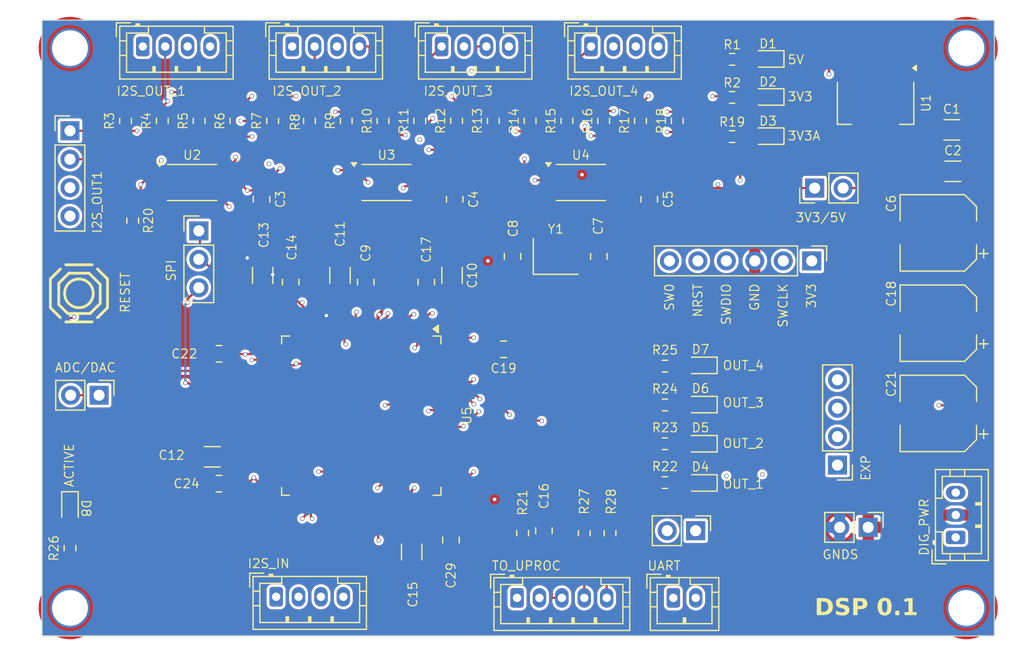
<source format=kicad_pcb>
(kicad_pcb (version 20240108) (generator "pcbnew") (generator_version "8.0")
  (layers (0 "F.Cu" signal) (1 "In1.Cu" signal) (2 "In2.Cu" signal) (31 "B.Cu" signal) (34 "B.Paste" user) (35 "F.Paste" user) (36 "B.SilkS" user "B.Silkscreen") (37 "F.SilkS" user "F.Silkscreen") (38 "B.Mask" user) (39 "F.Mask" user) (44 "Edge.Cuts" user))
  (net 0 "")
  (net 1 "GND")
  (net 2 "3V3")
  (net 3 "5V")
  (net 4 "Net-(D1-A)")
  (net 5 "Net-(D2-A)")
  (net 6 "SDA")
  (net 7 "SCL")
  (net 8 "I2S_IN_LRCLK")
  (net 9 "I2S_IN_DATA")
  (net 10 "I2S_IN_BCLK")
  (net 11 "I2S_OUT_1_DATA")
  (net 12 "I2S_OUT_4_DATA")
  (net 13 "I2S_OUT_2_DATA")
  (net 14 "I2S_OUT_3_DATA")
  (net 15 "SWDIO")
  (net 16 "SWCLK")
  (net 17 "OSC_IN")
  (net 18 "UART1_TX")
  (net 19 "OSC_OUT")
  (net 20 "SWO")
  (net 21 "UART1_RX")
  (net 22 "I2S_IN_MCLK")
  (net 23 "I2S_OUT_MCLK")
  (net 24 "3V3A")
  (net 25 "AGND")
  (net 26 "PROCESS_RIGHT")
  (net 27 "PROCESS_LEFT")
  (net 28 "PROCESS_SW")
  (net 29 "Net-(D3-A)")
  (net 30 "Net-(D4-A)")
  (net 31 "Net-(D5-A)")
  (net 32 "Net-(D6-A)")
  (net 33 "PROCESS_FOUR")
  (net 34 "Net-(U1-GND)")
  (net 35 "I2S_OUT_LRCLK1")
  (net 36 "I2S_OUT_BCLK1")
  (net 37 "I2S_OUT_MCLK1")
  (net 38 "CLOCKS_EN")
  (net 39 "Net-(D7-A)")
  (net 40 "Net-(D8-A)")
  (net 41 "DSP_ACTIVE")
  (net 42 "I2S_OUT_BCLK2")
  (net 43 "I2S_OUT_MCLK2")
  (net 44 "I2S_OUT_LRCLK2")
  (net 45 "I2S_OUT_MCLK3")
  (net 46 "I2S_OUT_LRCLK3")
  (net 47 "I2S_OUT_BCLK3")
  (net 48 "I2S_OUT_BCLK4")
  (net 49 "I2S_OUT_MCLK4")
  (net 50 "I2S_OUT_LRCLK4")
  (net 51 "Net-(U2-OUT1)")
  (net 52 "Net-(U4-OUT1)")
  (net 53 "Net-(U2-OUT2)")
  (net 54 "Net-(U4-OUT2)")
  (net 55 "Net-(U4-OUT3)")
  (net 56 "Net-(U2-OUT4)")
  (net 57 "Net-(U4-OUT4)")
  (net 58 "Net-(U2-OUT3)")
  (net 59 "BOOT0")
  (net 60 "DSP_NRST")
  (net 61 "DSP_INT")
  (net 62 "Net-(U5-VREF+)")
  (net 63 "Net-(U3-OUT1)")
  (net 64 "Net-(U3-OUT2)")
  (net 65 "Net-(U3-OUT3)")
  (net 66 "Net-(U3-OUT4)")
  (net 67 "Net-(U5-PC1)")
  (net 111 "SPI_MOSI")
  (net 112 "Net-(U5-PE3)")
  (net 113 "Net-(U5-PE6)")
  (net 114 "Net-(U5-PA7)")
  (net 115 "ADC")
  (net 116 "DAC")
  (net 117 "SPI_MISO")
  (net 119 "SPI_CLK")
  (net 121 "Net-(C12-Pad1)")
  (net 122 "Net-(C15-Pad1)")
  (net 124 "EXT1")
  (net 125 "EXT3")
  (net 126 "EXT4")
  (net 127 "EXT2")
  (footprint "Resistor_SMD:R_0603_1608Metric" (layer "F.Cu") (at 121.0364 73.565)
    (property "Reference" "R19")
    (property "Value" "150R")
  )
  (footprint "Capacitor_SMD:C_1206_3216Metric" (layer "F.Cu") (at 140.7364 76.665)
    (property "Reference" "C2")
    (property "Value" "10u")
  )
  (footprint "Resistor_SMD:R_0603_1608Metric" (layer "F.Cu") (at 116.1364 72.165 90)
    (property "Reference" "R18")
    (property "Value" "22R")
  )
  (footprint "Resistor_SMD:R_0603_1608Metric" (layer "F.Cu") (at 112.8537 72.165 90)
    (property "Reference" "R17")
    (property "Value" "22R")
  )
  (footprint "Resistor_SMD:R_0603_1608Metric" (layer "F.Cu") (at 70.1791 72.165 90)
    (property "Reference" "R4")
    (property "Value" "22R")
  )
  (footprint "MountingHole:MountingHole_3.2mm_M3_DIN965_Pad_TopOnly" (layer "F.Cu") (at 61.9364 65.665)
    (property "Reference" "H1" (hide yes))
    (property "Value" "MountingHole")
  )
  (footprint "Resistor_SMD:R_0603_1608Metric" (layer "F.Cu") (at 103.0057 72.165 90)
    (property "Reference" "R14")
    (property "Value" "22R")
  )
  (footprint "Resistor_SMD:R_0603_1608Metric" (layer "F.Cu") (at 96.4404 72.165 90)
    (property "Reference" "R12")
    (property "Value" "22R")
  )
  (footprint "MountingHole:MountingHole_3.2mm_M3_DIN965_Pad_TopOnly" (layer "F.Cu") (at 141.9364 65.665)
    (property "Reference" "H2" (hide yes))
    (property "Value" "MountingHole")
  )
  (footprint "Resistor_SMD:R_0603_1608Metric" (layer "F.Cu") (at 66.8964 72.165 90)
    (property "Reference" "R3")
    (property "Value" "22R")
  )
  (footprint "Package_SO:TSSOP-8_4.4x3mm_P0.65mm" (layer "F.Cu") (at 107.5364 77.665)
    (property "Reference" "U4")
    (property "Value" "PI6CV304")
  )
  (footprint "Connector_JST:JST_PH_B4B-PH-K_1x04_P2.00mm_Vertical" (layer "F.Cu") (at 108.4364 65.515)
    (property "Reference" "J4" (hide yes))
    (property "Value" "Conn_01x04_Pin")
  )
  (footprint "Capacitor_SMD:C_0805_2012Metric" (layer "F.Cu") (at 96.2739 79.165 -90)
    (property "Reference" "C4")
    (property "Value" "0.1u")
  )
  (footprint "Resistor_SMD:R_0603_1608Metric" (layer "F.Cu") (at 115.0364 97.5316)
    (property "Reference" "R24")
    (property "Value" "150R")
  )
  (footprint "Diode_SMD:D_0603_1608Metric" (layer "F.Cu") (at 118.2114 93.9983 180)
    (property "Reference" "D7")
    (property "Value" "BLUE")
  )
  (footprint "Resistor_SMD:R_0603_1608Metric" (layer "F.Cu") (at 106.2884 72.165 90)
    (property "Reference" "R15")
    (property "Value" "22R")
  )
  (footprint "Connector_PinHeader_2.54mm:PinHeader_1x06_P2.54mm_Vertical" (layer "F.Cu") (at 128.1364 84.665 -90)
    (property "Reference" "J5" (hide yes))
    (property "Value" "Conn_01x06_Pin")
  )
  (footprint "Capacitor_SMD:C_0805_2012Metric" (layer "F.Cu") (at 75.2414 92.965 180)
    (property "Reference" "C22")
    (property "Value" "0.1u")
  )
  (footprint "Capacitor_SMD:C_1206_3216Metric" (layer "F.Cu") (at 86.0364 85.965 90)
    (property "Reference" "C11")
    (property "Value" "10u")
  )
  (footprint "Capacitor_SMD:C_0805_2012Metric" (layer "F.Cu") (at 113.6364 79.165 -90)
    (property "Reference" "C5")
    (property "Value" "0.1u")
  )
  (footprint "Resistor_SMD:R_0603_1608Metric" (layer "F.Cu") (at 115.0364 100.9983)
    (property "Reference" "R23")
    (property "Value" "150R")
  )
  (footprint "Resistor_SMD:R_0603_1608Metric" (layer "F.Cu") (at 86.5924 72.165 90)
    (property "Reference" "R9")
    (property "Value" "22R")
  )
  (footprint "Capacitor_SMD:CP_Elec_6.3x7.7" (layer "F.Cu") (at 139.4364 90.2275 180)
    (property "Reference" "C18")
    (property "Value" "220u")
  )
  (footprint "Resistor_SMD:R_0603_1608Metric" (layer "F.Cu") (at 121.0364 70.065)
    (property "Reference" "R2")
    (property "Value" "150R")
  )
  (footprint "Capacitor_SMD:C_1206_3216Metric" (layer "F.Cu") (at 79.1364 85.965 -90)
    (property "Reference" "C13")
    (property "Value" "10u")
  )
  (footprint "MountingHole:MountingHole_3.2mm_M3_DIN965_Pad_TopOnly" (layer "F.Cu") (at 141.9364 115.665)
    (property "Reference" "H4" (hide yes))
    (property "Value" "MountingHole")
  )
  (footprint "Connector_JST:JST_PH_B4B-PH-K_1x04_P2.00mm_Vertical" (layer "F.Cu") (at 95.1031 65.515)
    (property "Reference" "J3" (hide yes))
    (property "Value" "Conn_01x04_Pin")
  )
  (footprint "Connector_PinHeader_2.54mm:PinHeader_1x02_P2.54mm_Vertical" (layer "F.Cu") (at 117.7764 108.765 -90)
    (property "Reference" "J15" (hide yes))
    (property "Value" "Conn_01x02_Pin")
  )
  (footprint "Capacitor_SMD:CP_Elec_6.3x7.7" (layer "F.Cu") (at 139.4364 82.165 180)
    (property "Reference" "C6")
    (property "Value" "220u")
  )
  (footprint "Package_SO:TSSOP-8_4.4x3mm_P0.65mm" (layer "F.Cu") (at 90.1864 77.665)
    (property "Reference" "U3")
    (property "Value" "PI6CV304")
  )
  (footprint "Connector_PinHeader_2.54mm:PinHeader_1x03_P2.54mm_Vertical" (layer "F.Cu") (at 73.4364 81.985)
    (property "Reference" "J8" (hide yes))
    (property "Value" "Conn_01x03_Pin")
  )
  (footprint "Capacitor_SMD:C_0805_2012Metric" (layer "F.Cu") (at 100.6364 92.565)
    (property "Reference" "C19")
    (property "Value" "0.1u")
  )
  (footprint "Resistor_SMD:R_0603_1608Metric" (layer "F.Cu") (at 115.0364 94.065)
    (property "Reference" "R25")
    (property "Value" "150R")
  )
  (footprint "Resistor_SMD:R_0603_1608Metric" (layer "F.Cu") (at 110.1364 108.985 90)
    (property "Reference" "R28")
    (property "Value" "4.7K")
  )
  (footprint "Package_QFP:LQFP-100_14x14mm_P0.5mm" (layer "F.Cu") (at 87.9364 98.49 -90)
    (property "Reference" "U5")
    (property "Value" "STM32H723VGTx")
  )
  (footprint "Resistor_SMD:R_0603_1608Metric" (layer "F.Cu") (at 73.4617 72.165 90)
    (property "Reference" "R5")
    (property "Value" "22R")
  )
  (footprint "Package_TO_SOT_SMD:SOT-223-3_TabPin2" (layer "F.Cu") (at 133.8364 70.565 -90)
    (property "Reference" "U1")
    (property "Value" "AMS1117-3.3")
  )
  (footprint "Capacitor_SMD:C_0805_2012Metric" (layer "F.Cu") (at 101.4364 84.265 90)
    (property "Reference" "C8")
    (property "Value" "20p")
  )
  (footprint "Resistor_SMD:R_0603_1608Metric" (layer "F.Cu") (at 89.8751 72.165 90)
    (property "Reference" "R10")
    (property "Value" "22R")
  )
  (footprint "Resistor_SMD:R_0603_1608Metric" (layer "F.Cu") (at 67.5364 81.065 90)
    (property "Reference" "R20")
    (property "Value" "4.7K")
  )
  (footprint "Resistor_SMD:R_0603_1608Metric" (layer "F.Cu") (at 99.7231 72.165 90)
    (property "Reference" "R13")
    (property "Value" "22R")
  )
  (footprint "Resistor_SMD:R_0603_1608Metric" (layer "F.Cu") (at 61.9364 110.3275 90)
    (property "Reference" "R26")
    (property "Value" "150R")
  )
  (footprint "Capacitor_SMD:C_1206_3216Metric" (layer "F.Cu") (at 92.4364 110.665 -90)
    (property "Reference" "C15")
    (property "Value" "2.2u")
  )
  (footprint "Connector_JST:JST_PH_B4B-PH-K_1x04_P2.00mm_Vertical" (layer "F.Cu") (at 80.3364 114.665)
    (property "Reference" "J7" (hide yes))
    (property "Value" "Conn_01x04_Pin")
  )
  (footprint "Package_SO:TSSOP-8_4.4x3mm_P0.65mm" (layer "F.Cu") (at 72.8364 77.665)
    (property "Reference" "U2")
    (property "Value" "PI6CV304")
  )
  (footprint "Resistor_SMD:R_0603_1608Metric" (layer "F.Cu") (at 102.3364 108.985 -90)
    (property "Reference" "R21")
    (property "Value" "4.7K")
  )
  (footprint "easyeda2kicad:SW-SMD_4P-L5.1-W5.1-P3.70-LS6.5-TL_H1.5" (layer "F.Cu") (at 62.7364 87.565 90)
    (property "Reference" "SW2" (hide yes))
    (property "Value" "TS-1187A-B-A-B")
  )
  (footprint "Resistor_SMD:R_0603_1608Metric" (layer "F.Cu") (at 107.8364 108.985 -90)
    (property "Reference" "R27")
    (property "Value" "4.7K")
  )
  (footprint "MountingHole:MountingHole_3.2mm_M3_DIN965_Pad_TopOnly" (layer "F.Cu") (at 61.9364 115.665)
    (property "Reference" "H3" (hide yes))
    (property "Value" "MountingHole")
  )
  (footprint "Capacitor_SMD:C_1206_3216Metric" (layer "F.Cu") (at 96.0364 85.965 90)
    (property "Reference" "C10")
    (property "Value" "10u")
  )
  (footprint "Connector_JST:JST_PH_B4B-PH-K_1x04_P2.00mm_Vertical" (layer "F.Cu") (at 81.7697 65.515)
    (property "Reference" "J2" (hide yes))
    (property "Value" "Conn_01x04_Pin")
  )
  (footprint "Connector_JST:JST_PH_B5B-PH-K_1x05_P2.00mm_Vertical" (layer "F.Cu") (at 101.8364 114.765)
    (property "Reference" "J19" (hide yes))
    (property "Value" "Conn_01x05_Pin")
  )
  (footprint "Capacitor_SMD:C_0805_2012Metric" (layer "F.Cu") (at 104.2364 108.765 90)
    (property "Reference" "C16")
    (property "Value" "0.1u")
  )
  (footprint "Capacitor_SMD:CP_Elec_6.3x7.7" (layer "F.Cu") (at 139.4364 98.29 180)
    (property "Reference" "C21")
    (property "Value" "220u")
  )
  (footprint "Diode_SMD:D_0603_1608Metric" (layer "F.Cu") (at 124.1739 70.025 180)
    (property "Reference" "D2")
    (property "Value" "BLUE")
  )
  (footprint "Resistor_SMD:R_0603_1608Metric" (layer "F.Cu") (at 76.7444 72.165 90)
    (property "Reference" "R6")
    (property "Value" "22R")
  )
  (footprint "Diode_SMD:D_0603_1608Metric" (layer "F.Cu") (at 118.2114 100.9983 180)
    (property "Reference" "D5")
    (property "Value" "BLUE")
  )
  (footprint "Connector_JST:JST_PH_B2B-PH-K_1x02_P2.00mm_Vertical" (layer "F.Cu") (at 115.7864 114.765)
    (property "Reference" "J9" (hide yes))
    (property "Value" "Conn_01x02_Male")
  )
  (footprint "Diode_SMD:D_0603_1608Metric" (layer "F.Cu") (at 61.9364 106.765 -90)
    (property "Reference" "D8")
    (property "Value" "BLUE")
  )
  (footprint "Connector_JST:JST_PH_B3B-PH-K_1x03_P2.00mm_Vertical" (layer "F.Cu") (at 140.9864 109.365 90)
    (property "Reference" "J6" (hide yes))
    (property "Value" "Conn_01x03_Pin")
  )
  (footprint "Connector_PinHeader_2.54mm:PinHeader_1x04_P2.54mm_Vertical" (layer "F.Cu") (at 61.9364 73.045)
    (property "Reference" "J13" (hide yes))
    (property "Value" "Conn_01x04_Pin")
  )
  (footprint "Diode_SMD:D_0603_1608Metric" (layer "F.Cu") (at 124.1739 66.625 180)
    (property "Reference" "D1")
    (property "Value" "BLUE")
  )
  (footprint "Resistor_SMD:R_0603_1608Metric" (layer "F.Cu") (at 109.5711 72.165 90)
    (property "Reference" "R16")
    (property "Value" "22R")
  )
  (footprint "Crystal:Crystal_SMD_SeikoEpson_FA238-4Pin_3.2x2.5mm" (layer "F.Cu") (at 105.2864 84.265)
    (property "Reference" "Y1")
    (property "Value" "25 MHz")
  )
  (footprint "Resistor_SMD:R_0603_1608Metric" (layer "F.Cu") (at 80.0271 72.165 90)
    (property "Reference" "R7")
    (property "Value" "22R")
  )
  (footprint "Connector_PinHeader_2.54mm:PinHeader_1x02_P2.54mm_Vertical" (layer "F.Cu") (at 64.5364 96.665 -90)
    (property "Reference" "J17" (hide yes))
    (property "Value" "Conn_01x02_Pin")
  )
  (footprint "Connector_PinHeader_2.54mm:PinHeader_1x04_P2.54mm_Vertical" (layer "F.Cu") (at 130.4364 102.905 180)
    (property "Reference" "J18" (hide yes))
    (property "Value" "Conn_01x04_Pin")
  )
  (footprint "Capacitor_SMD:C_0805_2012Metric" (layer "F.Cu") (at 88.3364 86.565 -90)
    (property "Reference" "C9")
    (property "Value" "0.1u")
  )
  (footprint "Diode_SMD:D_0603_1608Metric" (layer "F.Cu") (at 124.1739 73.525 180)
    (property "Reference" "D3")
    (property "Value" "BLUE")
  )
  (footprint "Capacitor_SMD:C_0805_2012Metric" (layer "F.Cu") (at 109.1364 84.265 -90)
    (property "Reference" "C7")
    (property "Value" "20p")
  )
  (footprint "Connector_PinHeader_2.54mm:PinHeader_1x02_P2.54mm_Vertical" (layer "F.Cu") (at 128.3964 78.165 90)
    (property "Reference" "J14" (hide yes))
    (property "Value" "Conn_01x02_Pin")
  )
  (footprint "Diode_SMD:D_0603_1608Metric" (layer "F.Cu") (at 118.2114 97.4982 180)
    (property "Reference" "D6")
    (property "Value" "BLUE")
  )
  (footprint "Diode_SMD:D_0603_1608Metric" (layer "F.Cu") (at 118.2114 104.4983 180)
    (property "Reference" "D4")
    (property "Value" "BLUE")
  )
  (footprint "Resistor_SMD:R_0603_1608Metric" (layer "F.Cu") (at 93.1577 72.165 90)
    (property "Reference" "R11")
    (property "Value" "22R")
  )
  (footprint "Connector_JST:JST_PH_B4B-PH-K_1x04_P2.00mm_Vertical" (layer "F.Cu") (at 68.4364 65.515)
    (property "Reference" "J1" (hide yes))
    (property "Value" "Conn_01x04_Pin")
  )
  (footprint "Capacitor_SMD:C_1206_3216Metric" (layer "F.Cu") (at 74.6364 102.165 180)
    (property "Reference" "C12")
    (property "Value" "2.2u")
  )
  (footprint "Resistor_SMD:R_0603_1608Metric" (layer "F.Cu") (at 83.3097 72.165 -90)
    (property "Reference" "R8")
    (property "Value" "22R")
  )
  (footprint "Capacitor_SMD:C_0805_2012Metric" (layer "F.Cu") (at 75.2414 104.565 180)
    (property "Reference" "C24")
    (property "Value" "0.1u")
  )
  (footprint "Capacitor_SMD:C_0805_2012Metric" (layer "F.Cu") (at 79.0364 79.165 -90)
    (property "Reference" "C3")
    (property "Value" "0.1u")
  )
  (footprint "Connector_PinHeader_2.54mm:PinHeader_1x02_P2.54mm_Vertical" (layer "F.Cu") (at 133.1764 108.465 -90)
    (property "Reference" "J11" (hide yes))
    (property "Value" "Conn_01x02_Pin")
  )
  (footprint "Resistor_SMD:R_0603_1608Metric" (layer "F.Cu") (at 121.0364 66.665)
    (property "Reference" "R1")
    (property "Value" "150R")
  )
  (footprint "Capacitor_SMD:C_1206_3216Metric" (layer "F.Cu") (at 140.6364 72.965)
    (property "Reference" "C1")
    (property "Value" "10u")
  )
  (footprint "Capacitor_SMD:C_0805_2012Metric" (layer "F.Cu") (at 93.7364 86.565 90)
    (property "Reference" "C17")
    (property "Value" "0.1u")
  )
  (footprint "Capacitor_SMD:C_0805_2012Metric" (layer "F.Cu") (at 81.6364 86.565 -90)
    (property "Reference" "C14")
    (property "Value" "0.1u")
  )
  (footprint "Capacitor_SMD:C_0805_2012Metric" (layer "F.Cu") (at 95.9364 109.6025 -90)
    (property "Reference" "C29")
    (property "Value" "0.1u")
  )
  (footprint "Resistor_SMD:R_0603_1608Metric" (layer "F.Cu") (at 115.0364 104.465)
    (property "Reference" "R22")
    (property "Value" "150R")
  )
  (gr_line (start 59.4364 108.165) (end 59.4364 63.165) (stroke (width 0.1)) (layer "Edge.Cuts"))
  (gr_line (start 59.4364 118.165) (end 59.4364 108.165) (stroke (width 0.1)) (layer "Edge.Cuts"))
  (gr_line (start 144.4364 118.165) (end 144.4364 63.165) (stroke (width 0.1)) (layer "Edge.Cuts"))
  (gr_line (start 59.4364 63.165) (end 144.4364 63.165) (stroke (width 0.1)) (layer "Edge.Cuts"))
  (gr_line (start 59.4364 118.165) (end 144.4364 118.165) (stroke (width 0.1)) (layer "Edge.Cuts"))
  (gr_text "DSP 0.1" (at 137.6364 116.565 0) (layer "F.SilkS") (effects (font (size 1.5 1.5) (thickness 0.1) (bold yes)) (justify right bottom)))
  (gr_text "I2S_OUT_3" (at 93.4364 69.965 0) (layer "F.SilkS") (effects (font (size 0.8 0.8) (thickness 0.1)) (justify left bottom)))
  (gr_text "DIG_PWR" (at 138.6364 111.065 90) (layer "F.SilkS") (effects (font (size 0.8 0.8) (thickness 0.1)) (justify left bottom)))
  (gr_text "I2S_IN" (at 77.7364 112.165 0) (layer "F.SilkS") (effects (font (size 0.8 0.8) (thickness 0.1)) (justify left bottom)))
  (gr_text "SW0" (at 115.9064 89.193572 90) (layer "F.SilkS") (effects (font (size 0.8 0.8) (thickness 0.1)) (justify left bottom)))
  (gr_text "OUT_4" (at 120.1364 94.465 0) (layer "F.SilkS") (effects (font (size 0.8 0.8) (thickness 0.1)) (justify left bottom)))
  (gr_text "OUT_2\n" (at 120.1364 101.4316 0) (layer "F.SilkS") (effects (font (size 0.8 0.8) (thickness 0.1)) (justify left bottom)))
  (gr_text "ACTIVE" (at 62.3364 104.9275 90) (layer "F.SilkS") (effects (font (size 0.8 0.8) (thickness 0.1)) (justify left bottom)))
  (gr_text "3V3" (at 125.9364 70.465 0) (layer "F.SilkS") (effects (font (size 0.8 0.8) (thickness 0.1)) (justify left bottom)))
  (gr_text "I2S_OUT1" (at 64.8364 82.265 90) (layer "F.SilkS") (effects (font (size 0.8 0.8) (thickness 0.1)) (justify left bottom)))
  (gr_text "EXP" (at 133.4364 104.365 90) (layer "F.SilkS") (effects (font (size 0.8 0.8) (thickness 0.1)) (justify left bottom)))
  (gr_text "SPI" (at 71.4364 86.565 90) (layer "F.SilkS") (effects (font (size 0.8 0.8) (thickness 0.1)) (justify left bottom)))
  (gr_text "NRST" (at 118.4404 89.765 90) (layer "F.SilkS") (effects (font (size 0.8 0.8) (thickness 0.1)) (justify left bottom)))
  (gr_text "OUT_1" (at 120.1364 105.065 0) (layer "F.SilkS") (effects (font (size 0.8 0.8) (thickness 0.1)) (justify left bottom)))
  (gr_text "ADC/DAC" (at 60.5364 94.665 0) (layer "F.SilkS") (effects (font (size 0.8 0.8) (thickness 0.1)) (justify left bottom)))
  (gr_text "3V3/5V" (at 126.6364 81.265 0) (layer "F.SilkS") (effects (font (size 0.8 0.8) (thickness 0.1)) (justify left bottom)))
  (gr_text "3V3A" (at 125.9364 73.965 0) (layer "F.SilkS") (effects (font (size 0.8 0.8) (thickness 0.1)) (justify left bottom)))
  (gr_text "SWDIO" (at 120.9744 90.450714 90) (layer "F.SilkS") (effects (font (size 0.8 0.8) (thickness 0.1)) (justify left bottom)))
  (gr_text "SWCLK" (at 126.0424 90.679286 90) (layer "F.SilkS") (effects (font (size 0.8 0.8) (thickness 0.1)) (justify left bottom)))
  (gr_text "3V3\n" (at 128.5764 88.965 90) (layer "F.SilkS") (effects (font (size 0.8 0.8) (thickness 0.1)) (justify left bottom)))
  (gr_text "OUT_3" (at 120.1364 97.7982 0) (layer "F.SilkS") (effects (font (size 0.8 0.8) (thickness 0.1)) (justify left bottom)))
  (gr_text "I2S_OUT_1" (at 66.0364 69.965 0) (layer "F.SilkS") (effects (font (size 0.8 0.8) (thickness 0.1)) (justify left bottom)))
  (gr_text "5V" (at 125.9364 67.165 0) (layer "F.SilkS") (effects (font (size 0.8 0.8) (thickness 0.1)) (justify left bottom)))
  (gr_text "UART" (at 113.4364 112.365 0) (layer "F.SilkS") (effects (font (size 0.8 0.8) (thickness 0.1)) (justify left bottom)))
  (gr_text "I2S_OUT_2" (at 79.9364 69.965 0) (layer "F.SilkS") (effects (font (size 0.8 0.8) (thickness 0.1)) (justify left bottom)))
  (gr_text "TO_UPROC" (at 99.5364 112.365 0) (layer "F.SilkS") (effects (font (size 0.8 0.8) (thickness 0.1)) (justify left bottom)))
  (gr_text "GND\n" (at 123.5084 89.193571 90) (layer "F.SilkS") (effects (font (size 0.8 0.8) (thickness 0.1)) (justify left bottom)))
  (gr_text "RESET\n" (at 67.3364 89.365 90) (layer "F.SilkS") (effects (font (size 0.8 0.8) (thickness 0.1)) (justify left bottom)))
  (gr_text "I2S_OUT_4" (at 106.4364 69.965 0) (layer "F.SilkS") (effects (font (size 0.8 0.8) (thickness 0.1)) (justify left bottom)))
  (gr_text "GNDS" (at 129.0364 111.365 0) (layer "F.SilkS") (effects (font (size 0.8 0.8) (thickness 0.1)) (justify left bottom)))
  (segment (start 89.4364 89.565) (end 89.5364 89.465) (width 0.2) (layer "F.Cu") (net 1))
  (segment (start 89.4364 90.815) (end 89.4364 89.565) (width 0.2) (layer "F.Cu") (net 1))
  (via (at 89.5364 89.465) (size 0.4) (drill 0.3) (layers "F.Cu" "B.Cu") (net 1))
  (via (at 107.6364 76.965) (size 0.4) (drill 0.3) (layers "F.Cu" "B.Cu") (net 1))
  (via (at 99.8364 105.965) (size 0.4) (drill 0.3) (layers "F.Cu" "B.Cu") (net 1))
  (via (at 99.2364 84.665) (size 0.4) (drill 0.3) (layers "F.Cu" "B.Cu") (net 1))
  (segment (start 120.1096 69.9632) (end 120.2114 70.065) (width 0.2) (layer "F.Cu") (net 2))
  (segment (start 77.7654 78.3738) (end 78.8776 78.3738) (width 0.2) (layer "F.Cu") (net 2))
  (segment (start 77.7654 78.3738) (end 77.7654 78.3754) (width 0.2) (layer "F.Cu") (net 2))
  (segment (start 88.9364 90.815) (end 88.9364 91.7244) (width 0.2) (layer "F.Cu") (net 2))
  (segment (start 114.6838 78.1649) (end 114.6583 78.1394) (width 0.2) (layer "F.Cu") (net 2))
  (segment (start 102.2095 108.2869) (end 96.0583 108.2869) (width 0.2) (layer "F.Cu") (net 2))
  (segment (start 91.4364 91.6763) (end 91.4364 90.815) (width 0.2) (layer "F.Cu") (net 2))
  (segment (start 111.2045 78.1394) (end 111.0551 77.99) (width 0.2) (layer "F.Cu") (net 2))
  (segment (start 96.0489 77.99) (end 93.0489 77.99) (width 0.2) (layer "F.Cu") (net 2))
  (segment (start 78.3434 104.0272) (end 77.8056 104.565) (width 0.2) (layer "F.Cu") (net 2))
  (segment (start 96.0583 108.2869) (end 93.9364 106.165) (width 0.2) (layer "F.Cu") (net 2))
  (segment (start 91.4364 90.815) (end 91.4364 89.815) (width 0.2) (layer "F.Cu") (net 2))
  (segment (start 98.5159 89.9195) (end 96.0364 87.44) (width 0.2) (layer "F.Cu") (net 2))
  (segment (start 102.3364 108.16) (end 102.2095 108.2869) (width 0.2) (layer "F.Cu") (net 2))
  (segment (start 119.7691 78.165) (end 119.7691 77.8492) (width 0.2) (layer "F.Cu") (net 2))
  (segment (start 99.6114 92.49) (end 99.6864 92.565) (width 0.2) (layer "F.Cu") (net 2))
  (segment (start 114.6583 78.1394) (end 111.2045 78.1394) (width 0.2) (layer "F.Cu") (net 2))
  (segment (start 114.6838 78.165) (end 114.6838 78.1649) (width 0.2) (layer "F.Cu") (net 2))
  (segment (start 80.2614 92.99) (end 77.573 92.99) (width 0.2) (layer "F.Cu") (net 2))
  (segment (start 98.5159 92.49) (end 99.6114 92.49) (width 0.2) (layer "F.Cu") (net 2))
  (segment (start 93.9364 106.165) (end 93.9364 105.3154) (width 0.2) (layer "F.Cu") (net 2))
  (segment (start 91.4364 89.815) (end 93.7364 87.515) (width 0.2) (layer "F.Cu") (net 2))
  (segment (start 113.6364 78.215) (end 114.6338 78.215) (width 0.2) (layer "F.Cu") (net 2))
  (segment (start 77.573 93.0241) (end 77.573 92.99) (width 0.2) (layer "F.Cu") (net 2))
  (segment (start 103.0374 108.861) (end 104.8889 108.861) (width 0.2) (layer "F.Cu") (net 2))
  (segment (start 93.7364 87.515) (end 95.9614 87.515) (width 0.2) (layer "F.Cu") (net 2))
  (segment (start 78.8776 78.3738) (end 79.0364 78.215) (width 0.2) (layer "F.Cu") (net 2))
  (segment (start 119.2945 69.9632) (end 120.1096 69.9632) (width 0.2) (layer "F.Cu") (net 2))
  (segment (start 91.6749 78.1583) (end 91.8432 77.99) (width 0.2) (layer "F.Cu") (net 2))
  (segment (start 114.6338 78.215) (end 114.6838 78.165) (width 0.2) (layer "F.Cu") (net 2))
  (segment (start 98.5159 92.49) (end 98.5159 89.9195) (width 0.2) (layer "F.Cu") (net 2))
  (segment (start 89.922 104.4144) (end 89.3913 104.9451) (width 0.2) (layer "F.Cu") (net 2))
  (segment (start 102.3364 108.16) (end 103.0374 108.861) (width 0.2) (layer "F.Cu") (net 2))
  (segment (start 89.1295 91.9175) (end 91.1952 91.9175) (width 0.2) (layer "F.Cu") (net 2))
  (segment (start 91.8432 77.99) (end 93.0489 77.99) (width 0.2) (layer "F.Cu") (net 2))
  (segment (start 127.2447 78.165) (end 119.7691 78.165) (width 0.2) (layer "F.Cu") (net 2))
  (segment (start 96.2739 78.215) (end 96.0489 77.99) (width 0.2) (layer "F.Cu") (net 2))
  (segment (start 95.9364 108.6525) (end 96.0583 108.5306) (width 0.2) (layer "F.Cu") (net 2))
  (segment (start 91.1952 91.9175) (end 91.4364 91.6763) (width 0.2) (layer "F.Cu") (net 2))
  (segment (start 95.6114 92.49) (end 98.5159 92.49) (width 0.2) (layer "F.Cu") (net 2))
  (segment (start 80.2614 92.99) (end 87.6708 92.99) (width 0.2) (layer "F.Cu") (net 2))
  (segment (start 109.3734 108.923) (end 110.1364 108.16) (width 0.2) (layer "F.Cu") (net 2))
  (segment (start 104.8889 108.861) (end 104.9509 108.923) (width 0.2) (layer "F.Cu") (net 2))
  (segment (start 88.9364 91.7244) (end 89.1295 91.9175) (width 0.2) (layer "F.Cu") (net 2))
  (segment (start 96.0583 108.5306) (end 96.0583 108.2869) (width 0.2) (layer "F.Cu") (net 2))
  (segment (start 104.9509 108.923) (end 109.3734 108.923) (width 0.2) (layer "F.Cu") (net 2))
  (segment (start 95.9614 87.515) (end 96.0364 87.44) (width 0.2) (layer "F.Cu") (net 2))
  (segment (start 139.4889 97.5642) (end 141.4106 97.5642) (width 0.2) (layer "F.Cu") (net 2))
  (segment (start 87.6708 92.99) (end 88.9364 91.7244) (width 0.2) (layer "F.Cu") (net 2))
  (segment (start 128.3964 78.165) (end 127.2447 78.165) (width 0.2) (layer "F.Cu") (net 2))
  (segment (start 76.2164 92.99) (end 76.1914 92.965) (width 0.2) (layer "F.Cu") (net 2))
  (segment (start 119.7691 78.165) (end 114.6838 78.165) (width 0.2) (layer "F.Cu") (net 2))
  (segment (start 78.8062 104.49) (end 78.3434 104.0272) (width 0.2) (layer "F.Cu") (net 2))
  (segment (start 77.573 92.99) (end 76.2164 92.99) (width 0.2) (layer "F.Cu") (net 2))
  (segment (start 93.0354 104.4144) (end 89.922 104.4144) (width 0.2) (layer "F.Cu") (net 2))
  (segment (start 77.8056 104.565) (end 76.1914 104.565) (width 0.2) (layer "F.Cu") (net 2))
  (segment (start 80.2614 104.49) (end 78.8062 104.49) (width 0.2) (layer "F.Cu") (net 2))
  (segment (start 111.0551 77.99) (end 110.3989 77.99) (width 0.2) (layer "F.Cu") (net 2))
  (segment (start 77.7654 78.3738) (end 77.3816 77.99) (width 0.2) (layer "F.Cu") (net 2))
  (segment (start 93.9364 105.3154) (end 93.0354 104.4144) (width 0.2) (layer "F.Cu") (net 2))
  (segment (start 77.3816 77.99) (end 75.6989 77.99) (width 0.2) (layer "F.Cu") (net 2))
  (segment (start 141.4106 97.5642) (end 142.1364 98.29) (width 0.2) (layer "F.Cu") (net 2))
  (via (at 78.3434 104.0272) (size 0.4) (drill 0.3) (layers "F.Cu" "B.Cu") (net 2))
  (via (at 89.3913 104.9451) (size 0.4) (drill 0.3) (layers "F.Cu" "B.Cu") (net 2))
  (via (at 77.7654 78.3754) (size 0.4) (drill 0.3) (layers "F.Cu" "B.Cu") (net 2))
  (via (at 139.4889 97.5642) (size 0.4) (drill 0.3) (layers "F.Cu" "B.Cu") (net 2))
  (via (at 91.6749 78.1583) (size 0.4) (drill 0.3) (layers "F.Cu" "B.Cu") (net 2))
  (via (at 77.573 93.0241) (size 0.4) (drill 0.3) (layers "F.Cu" "B.Cu") (net 2))
  (via (at 119.7691 77.8492) (size 0.4) (drill 0.3) (layers "F.Cu" "B.Cu") (net 2))
  (via (at 119.2945 69.9632) (size 0.4) (drill 0.3) (layers "F.Cu" "B.Cu") (net 2))
  (segment (start 121.0217 67.4753) (end 120.2114 66.665) (width 0.2) (layer "F.Cu") (net 3))
  (segment (start 131.4761 67.4753) (end 129.6761 67.4753) (width 0.2) (layer "F.Cu") (net 3))
  (segment (start 139.2614 76.665) (end 138.9244 77.002) (width 0.2) (layer "F.Cu") (net 3))
  (segment (start 138.9244 77.002) (end 138.9244 78.165) (width 0.2) (layer "F.Cu") (net 3))
  (segment (start 129.6761 67.4753) (end 121.0217 67.4753) (width 0.2) (layer "F.Cu") (net 3))
  (segment (start 129.6761 67.9917) (end 129.6761 67.4753) (width 0.2) (layer "F.Cu") (net 3))
  (segment (start 138.9244 78.165) (end 138.9244 87.0155) (width 0.2) (layer "F.Cu") (net 3))
  (segment (start 138.9244 87.0155) (end 142.1364 90.2275) (width 0.2) (layer "F.Cu") (net 3))
  (segment (start 130.9364 78.165) (end 138.9244 78.165) (width 0.2) (layer "F.Cu") (net 3))
  (segment (start 131.5364 67.415) (end 131.4761 67.4753) (width 0.2) (layer "F.Cu") (net 3))
  (via (at 129.6761 67.9917) (size 0.4) (drill 0.3) (layers "F.Cu" "B.Cu") (net 3))
  (segment (start 123.3464 66.665) (end 123.3864 66.625) (width 0.2) (layer "F.Cu") (net 4))
  (segment (start 121.8614 66.665) (end 123.3464 66.665) (width 0.2) (layer "F.Cu") (net 4))
  (segment (start 123.3464 70.065) (end 123.3864 70.025) (width 0.2) (layer "F.Cu") (net 5))
  (segment (start 121.8614 70.065) (end 123.3464 70.065) (width 0.2) (layer "F.Cu") (net 5))
  (segment (start 95.6114 95.99) (end 98.748 95.99) (width 0.2) (layer "F.Cu") (net 6))
  (segment (start 98.748 95.99) (end 101.1817 98.4237) (width 0.2) (layer "F.Cu") (net 6))
  (via (at 101.1817 98.4237) (size 0.4) (drill 0.3) (layers "F.Cu" "B.Cu") (net 6))
  (segment (start 98.0034 96.49) (end 98.523 97.0096) (width 0.2) (layer "F.Cu") (net 7))
  (segment (start 95.6114 96.49) (end 98.0034 96.49) (width 0.2) (layer "F.Cu") (net 7))
  (via (at 98.523 97.0096) (size 0.4) (drill 0.3) (layers "F.Cu" "B.Cu") (net 7))
  (segment (start 94.338 103.99) (end 93.8267 103.4787) (width 0.2) (layer "F.Cu") (net 8))
  (segment (start 87.2041 76.5702) (end 87.3239 76.69) (width 0.2) (layer "F.Cu") (net 8))
  (segment (start 85.8403 76.5702) (end 87.2041 76.5702) (width 0.2) (layer "F.Cu") (net 8))
  (segment (start 95.6114 103.99) (end 94.338 103.99) (width 0.2) (layer "F.Cu") (net 8))
  (segment (start 92.9364 92.2016) (end 92.9364 90.815) (width 0.2) (layer "F.Cu") (net 8))
  (segment (start 92.7076 92.4304) (end 92.9364 92.2016) (width 0.2) (layer "F.Cu") (net 8))
  (segment (start 93.8267 103.4787) (end 84.1039 103.4787) (width 0.2) (layer "F.Cu") (net 8))
  (via (at 84.1039 103.4787) (size 0.4) (drill 0.3) (layers "F.Cu" "B.Cu") (net 8))
  (via (at 85.8403 76.5702) (size 0.4) (drill 0.3) (layers "F.Cu" "B.Cu") (net 8))
  (via (at 92.7076 92.4304) (size 0.4) (drill 0.3) (layers "F.Cu" "B.Cu") (net 8))
  (segment (start 90.1223 97.49) (end 90.0481 97.5642) (width 0.2) (layer "F.Cu") (net 9))
  (segment (start 95.6114 97.49) (end 90.1223 97.49) (width 0.2) (layer "F.Cu") (net 9))
  (via (at 90.0481 97.5642) (size 0.4) (drill 0.3) (layers "F.Cu" "B.Cu") (net 9))
  (segment (start 69.9739 75.8185) (end 69.9739 76.69) (width 0.2) (layer "F.Cu") (net 10))
  (segment (start 90.2641 93.8485) (end 82.1225 93.8485) (width 0.2) (layer "F.Cu") (net 10))
  (segment (start 92.4364 91.6762) (end 90.2641 93.8485) (width 0.2) (layer "F.Cu") (net 10))
  (segment (start 81.981 93.99) (end 82.1225 93.8485) (width 0.2) (layer "F.Cu") (net 10))
  (segment (start 70.1016 75.6908) (end 69.9739 75.8185) (width 0.2) (layer "F.Cu") (net 10))
  (segment (start 92.4364 90.815) (end 92.4364 91.6762) (width 0.2) (layer "F.Cu") (net 10))
  (segment (start 80.2614 93.99) (end 81.981 93.99) (width 0.2) (layer "F.Cu") (net 10))
  (via (at 79.6992 75.9986) (size 0.4) (drill 0.3) (layers "F.Cu" "B.Cu") (net 10))
  (via (at 70.1016 75.6908) (size 0.4) (drill 0.3) (layers "F.Cu" "B.Cu") (net 10))
  (via (at 82.1225 93.8485) (size 0.4) (drill 0.3) (layers "F.Cu" "B.Cu") (net 10))
  (segment (start 99.3744 67.7087) (end 97.7675 67.7087) (width 0.2) (layer "F.Cu") (net 11))
  (segment (start 103.0057 71.34) (end 99.3744 67.7087) (width 0.2) (layer "F.Cu") (net 11))
  (via (at 97.7675 67.7087) (size 0.4) (drill 0.3) (layers "F.Cu" "B.Cu") (net 11))
  (segment (start 115.2381 71.3449) (end 116.1315 71.3449) (width 0.2) (layer "F.Cu") (net 12))
  (segment (start 116.1315 71.3449) (end 116.1364 71.34) (width 0.2) (layer "F.Cu") (net 12))
  (via (at 115.2381 71.3449) (size 0.4) (drill 0.3) (layers "F.Cu" "B.Cu") (net 12))
  (segment (start 88.6714 70.1363) (end 89.8751 71.34) (width 0.2) (layer "F.Cu") (net 13))
  (segment (start 87.7697 65.515) (end 88.6714 65.515) (width 0.2) (layer "F.Cu") (net 13))
  (segment (start 88.6714 65.515) (end 88.6714 70.1363) (width 0.2) (layer "F.Cu") (net 13))
  (segment (start 78.1597 69.9632) (end 78.1212 69.9632) (width 0.2) (layer "F.Cu") (net 14))
  (segment (start 78.1212 69.9632) (end 76.7444 71.34) (width 0.2) (layer "F.Cu") (net 14))
  (via (at 78.1597 69.9632) (size 0.4) (drill 0.3) (layers "F.Cu" "B.Cu") (net 14))
  (segment (start 92.4364 106.165) (end 92.4364 105.1646) (width 0.2) (layer "F.Cu") (net 15))
  (segment (start 92.4364 105.1646) (end 92.6698 104.9312) (width 0.2) (layer "F.Cu") (net 15))
  (via (at 120.5164 103.865) (size 0.4) (drill 0.3) (layers "F.Cu" "B.Cu") (net 15))
  (via (at 92.6698 104.9312) (size 0.4) (drill 0.3) (layers "F.Cu" "B.Cu") (net 15))
  (segment (start 96.9624 104.49) (end 97.9726 103.4798) (width 0.2) (layer "F.Cu") (net 16))
  (segment (start 95.6114 104.49) (end 96.9624 104.49) (width 0.2) (layer "F.Cu") (net 16))
  (via (at 123.7319 103.7347) (size 0.4) (drill 0.3) (layers "F.Cu" "B.Cu") (net 16))
  (via (at 97.9726 103.4798) (size 0.4) (drill 0.3) (layers "F.Cu" "B.Cu") (net 16))
  (segment (start 108.9864 83.465) (end 109.1364 83.315) (width 0.2) (layer "F.Cu") (net 17))
  (segment (start 88.4364 89.787182) (end 88.4364 90.815) (width 0.2) (layer "F.Cu") (net 17))
  (segment (start 91.744782 86.4788) (end 88.4364 89.787182) (width 0.2) (layer "F.Cu") (net 17))
  (segment (start 107.3881 83.465) (end 108.9864 83.465) (width 0.2) (layer "F.Cu") (net 17))
  (segment (start 104.5042 86.4788) (end 91.744782 86.4788) (width 0.2) (layer "F.Cu") (net 17))
  (segment (start 107.3881 84.1466) (end 107.3298 84.2049) (width 0.2) (layer "F.Cu") (net 17))
  (segment (start 107.253 84.2049) (end 107.2114 84.1633) (width 0.2) (layer "F.Cu") (net 17))
  (segment (start 107.3881 83.465) (end 107.3881 84.1466) (width 0.2) (layer "F.Cu") (net 17))
  (segment (start 106.3864 83.465) (end 107.3881 83.465) (width 0.2) (layer "F.Cu") (net 17))
  (segment (start 107.3298 84.2049) (end 107.253 84.2049) (width 0.2) (layer "F.Cu") (net 17))
  (segment (start 105.3847 85.5983) (end 104.5042 86.4788) (width 0.2) (layer "F.Cu") (net 17))
  (segment (start 107.2114 84.1633) (end 105.5614 84.1633) (width 0.2) (layer "F.Cu") (net 17))
  (segment (start 105.3847 84.34) (end 105.3847 85.5983) (width 0.2) (layer "F.Cu") (net 17))
  (segment (start 105.5614 84.1633) (end 105.3847 84.34) (width 0.2) (layer "F.Cu") (net 17))
  (segment (start 83.4364 107.5642) (end 83.4364 106.165) (width 0.2) (layer "F.Cu") (net 18))
  (segment (start 83.5586 107.6864) (end 83.4364 107.5642) (width 0.2) (layer "F.Cu") (net 18))
  (via (at 83.5586 107.6864) (size 0.4) (drill 0.3) (layers "F.Cu" "B.Cu") (net 18))
  (segment (start 103.1847 85.065) (end 103.0347 85.215) (width 0.2) (layer "F.Cu") (net 19))
  (segment (start 87.9364 89.721496) (end 87.9364 90.815) (width 0.2) (layer "F.Cu") (net 19))
  (segment (start 99.8248 83.6034) (end 94.054496 83.6034) (width 0.2) (layer "F.Cu") (net 19))
  (segment (start 101.4364 85.215) (end 99.8248 83.6034) (width 0.2) (layer "F.Cu") (net 19))
  (segment (start 94.054496 83.6034) (end 87.9364 89.721496) (width 0.2) (layer "F.Cu") (net 19))
  (segment (start 104.1864 85.065) (end 103.1847 85.065) (width 0.2) (layer "F.Cu") (net 19))
  (segment (start 103.0347 85.215) (end 101.4364 85.215) (width 0.2) (layer "F.Cu") (net 19))
  (segment (start 93.9957 97.99) (end 93.9157 98.07) (width 0.2) (layer "F.Cu") (net 20))
  (segment (start 95.6114 97.99) (end 93.9957 97.99) (width 0.2) (layer "F.Cu") (net 20))
  (via (at 93.9157 98.07) (size 0.4) (drill 0.3) (layers "F.Cu" "B.Cu") (net 20))
  (segment (start 82.6679 107.6864) (end 82.9364 107.4179) (width 0.2) (layer "F.Cu") (net 21))
  (segment (start 82.9364 107.4179) (end 82.9364 106.165) (width 0.2) (layer "F.Cu") (net 21))
  (via (at 82.6679 107.6864) (size 0.4) (drill 0.3) (layers "F.Cu" "B.Cu") (net 21))
  (segment (start 89.4364 109.5556) (end 89.5028 109.622) (width 0.2) (layer "F.Cu") (net 22))
  (segment (start 89.4364 106.165) (end 89.4364 109.5556) (width 0.2) (layer "F.Cu") (net 22))
  (via (at 89.5028 109.622) (size 0.4) (drill 0.3) (layers "F.Cu" "B.Cu") (net 22))
  (segment (start 82.6679 88.3738) (end 82.5177 88.524) (width 0.2) (layer "F.Cu") (net 24))
  (segment (start 121.7505 74.3633) (end 133.1881 74.3633) (width 0.2) (layer "F.Cu") (net 24))
  (segment (start 133.8364 73.715) (end 134.5864 72.965) (width 0.2) (layer "F.Cu") (net 24))
  (segment (start 121.0097 74.3633) (end 121.7505 74.3633) (width 0.2) (layer "F.Cu") (net 24))
  (segment (start 81.4103 87.515) (end 79.2114 87.515) (width 0.2) (layer "F.Cu") (net 24))
  (segment (start 81.5087 87.515) (end 82.5177 88.524) (width 0.2) (layer "F.Cu") (net 24))
  (segment (start 140.7364 74.54) (end 139.1614 72.965) (width 0.2) (layer "F.Cu") (net 24))
  (segment (start 134.5864 72.965) (end 139.1614 72.965) (width 0.2) (layer "F.Cu") (net 24))
  (segment (start 142.1364 82.165) (end 140.7364 80.765) (width 0.2) (layer "F.Cu") (net 24))
  (segment (start 79.2114 87.515) (end 79.1364 87.44) (width 0.2) (layer "F.Cu") (net 24))
  (segment (start 140.7364 80.765) (end 140.7364 74.54) (width 0.2) (layer "F.Cu") (net 24))
  (segment (start 121.7505 74.3633) (end 121.7505 77.4642) (width 0.2) (layer "F.Cu") (net 24))
  (segment (start 120.2114 73.565) (end 121.0097 74.3633) (width 0.2) (layer "F.Cu") (net 24))
  (segment (start 82.5177 88.524) (end 83.9364 89.9427) (width 0.2) (layer "F.Cu") (net 24))
  (segment (start 133.8364 72.215) (end 134.5864 72.965) (width 0.2) (layer "F.Cu") (net 24))
  (segment (start 133.8364 67.415) (end 133.8364 72.215) (width 0.2) (layer "F.Cu") (net 24))
  (segment (start 133.1881 74.3633) (end 133.8364 73.715) (width 0.2) (layer "F.Cu") (net 24))
  (segment (start 81.4103 87.515) (end 81.5087 87.515) (width 0.2) (layer "F.Cu") (net 24))
  (segment (start 83.9364 89.9427) (end 83.9364 90.815) (width 0.2) (layer "F.Cu") (net 24))
  (segment (start 81.6364 87.515) (end 81.4103 87.515) (width 0.2) (layer "F.Cu") (net 24))
  (via (at 82.6679 88.3738) (size 0.4) (drill 0.3) (layers "F.Cu" "B.Cu") (net 24))
  (via (at 121.7505 77.4642) (size 0.4) (drill 0.3) (layers "F.Cu" "B.Cu") (net 24))
  (segment (start 84.9364 90.815) (end 84.9364 89.665) (width 0.2) (layer "F.Cu") (net 25))
  (segment (start 81.3579 85.8935) (end 81.6364 85.615) (width 0.2) (layer "F.Cu") (net 25))
  (segment (start 79.0517 84.4053) (end 79.1364 84.49) (width 0.2) (layer "F.Cu") (net 25))
  (segment (start 84.9364 89.665) (end 84.8198 89.5484) (width 0.2) (layer "F.Cu") (net 25))
  (segment (start 77.7512 84.4053) (end 79.0517 84.4053) (width 0.2) (layer "F.Cu") (net 25))
  (segment (start 80.0304 85.8935) (end 81.3579 85.8935) (width 0.2) (layer "F.Cu") (net 25))
  (via (at 80.0304 85.8935) (size 0.4) (drill 0.3) (layers "F.Cu" "B.Cu") (net 25))
  (via (at 77.7512 84.4053) (size 0.4) (drill 0.3) (layers "F.Cu" "B.Cu") (net 25))
  (via (at 84.8198 89.5484) (size 0.4) (drill 0.3) (layers "F.Cu" "B.Cu") (net 25))
  (segment (start 114.2031 100.99) (end 114.2114 100.9983) (width 0.2) (layer "F.Cu") (net 26))
  (segment (start 95.6114 100.99) (end 114.2031 100.99) (width 0.2) (layer "F.Cu") (net 26))
  (segment (start 111.2364 101.49) (end 114.2114 104.465) (width 0.2) (layer "F.Cu") (net 27))
  (segment (start 95.6114 101.49) (end 111.2364 101.49) (width 0.2) (layer "F.Cu") (net 27))
  (segment (start 95.6114 100.49) (end 111.253 100.49) (width 0.2) (layer "F.Cu") (net 28))
  (segment (start 111.253 100.49) (end 114.2114 97.5316) (width 0.2) (layer "F.Cu") (net 28))
  (segment (start 123.3464 73.565) (end 123.3864 73.525) (width 0.2) (layer "F.Cu") (net 29))
  (segment (start 121.8614 73.565) (end 123.3464 73.565) (width 0.2) (layer "F.Cu") (net 29))
  (segment (start 117.3906 104.465) (end 117.4239 104.4983) (width 0.2) (layer "F.Cu") (net 30))
  (segment (start 115.8614 104.465) (end 117.3906 104.465) (width 0.2) (layer "F.Cu") (net 30))
  (segment (start 115.8614 100.9983) (end 117.4239 100.9983) (width 0.2) (layer "F.Cu") (net 31))
  (segment (start 115.8614 97.5316) (end 117.3905 97.5316) (width 0.2) (layer "F.Cu") (net 32))
  (segment (start 117.3905 97.5316) (end 117.4239 97.4982) (width 0.2) (layer "F.Cu") (net 32))
  (segment (start 95.6114 99.99) (end 108.2864 99.99) (width 0.2) (layer "F.Cu") (net 33))
  (segment (start 108.2864 99.99) (end 114.2114 94.065) (width 0.2) (layer "F.Cu") (net 33))
  (segment (start 136.1364 67.415) (end 141.6864 72.965) (width 0.2) (layer "F.Cu") (net 34))
  (segment (start 142.1114 72.965) (end 142.1114 76.565) (width 0.2) (layer "F.Cu") (net 34))
  (segment (start 141.6864 72.965) (end 142.1114 72.965) (width 0.2) (layer "F.Cu") (net 34))
  (segment (start 142.1114 76.565) (end 142.2114 76.665) (width 0.2) (layer "F.Cu") (net 34))
  (segment (start 71.7128 69.5911) (end 73.4617 71.34) (width 0.2) (layer "F.Cu") (net 35))
  (segment (start 71.0009 69.5911) (end 71.7128 69.5911) (width 0.2) (layer "F.Cu") (net 35))
  (via (at 71.0009 69.5911) (size 0.4) (drill 0.3) (layers "F.Cu" "B.Cu") (net 35))
  (segment (start 61.9364 75.585) (end 66.1048 75.585) (width 0.2) (layer "F.Cu") (net 36))
  (segment (start 70.6769 70.4048) (end 70.1791 70.9026) (width 0.2) (layer "F.Cu") (net 36))
  (segment (start 70.1791 70.9026) (end 70.1791 71.34) (width 0.2) (layer "F.Cu") (net 36))
  (segment (start 66.1048 75.585) (end 70.1791 71.5107) (width 0.2) (layer "F.Cu") (net 36))
  (segment (start 70.1791 71.5107) (end 70.1791 71.34) (width 0.2) (layer "F.Cu") (net 36))
  (via (at 70.6769 70.4048) (size 0.4) (drill 0.3) (layers "F.Cu" "B.Cu") (net 36))
  (segment (start 70.4364 65.515) (end 70.4364 66.6917) (width 0.2) (layer "B.Cu") (net 36))
  (segment (start 70.4364 66.6917) (end 70.4364 70.1643) (width 0.2) (layer "B.Cu") (net 36))
  (segment (start 70.4364 70.1643) (end 70.6769 70.4048) (width 0.2) (layer "B.Cu") (net 36))
  (segment (start 61.9364 73.045) (end 63.0881 73.045) (width 0.2) (layer "F.Cu") (net 37))
  (segment (start 64.7931 71.34) (end 66.8964 71.34) (width 0.2) (layer "F.Cu") (net 37))
  (segment (start 63.0881 73.045) (end 64.7931 71.34) (width 0.2) (layer "F.Cu") (net 37))
  (segment (start 68.7582 77.34) (end 69.9739 77.34) (width 0.2) (layer "F.Cu") (net 38))
  (segment (start 104.553 77.4609) (end 104.6739 77.34) (width 0.2) (layer "F.Cu") (net 38))
  (segment (start 89.9364 90.815) (end 89.9364 89.942818) (width 0.2) (layer "F.Cu") (net 38))
  (segment (start 68.249 77.8492) (end 68.7582 77.34) (width 0.2) (layer "F.Cu") (net 38))
  (segment (start 88.2481 77.34) (end 87.3239 77.34) (width 0.2) (layer "F.Cu") (net 38))
  (segment (start 68.249 79.5274) (end 67.5364 80.24) (width 0.2) (layer "F.Cu") (net 38))
  (segment (start 88.5596 77.6515) (end 88.2481 77.34) (width 0.2) (layer "F.Cu") (net 38))
  (segment (start 90.3128 89.566418) (end 90.3128 89.3536) (width 0.2) (layer "F.Cu") (net 38))
  (segment (start 89.9364 89.942818) (end 90.3128 89.566418) (width 0.2) (layer "F.Cu") (net 38))
  (segment (start 68.249 77.8492) (end 68.249 79.5274) (width 0.2) (layer "F.Cu") (net 38))
  (segment (start 103.4316 77.4609) (end 104.553 77.4609) (width 0.2) (layer "F.Cu") (net 38))
  (via (at 88.5596 77.6515) (size 0.4) (drill 0.3) (layers "F.Cu" "B.Cu") (net 38))
  (via (at 90.3128 89.3536) (size 0.4) (drill 0.3) (layers "F.Cu" "B.Cu") (net 38))
  (via (at 103.4316 77.4609) (size 0.4) (drill 0.3) (layers "F.Cu" "B.Cu") (net 38))
  (via (at 68.249 77.8492) (size 0.4) (drill 0.3) (layers "F.Cu" "B.Cu") (net 38))
  (segment (start 117.3572 94.065) (end 117.4239 93.9983) (width 0.2) (layer "F.Cu") (net 39))
  (segment (start 115.8614 94.065) (end 117.3572 94.065) (width 0.2) (layer "F.Cu") (net 39))
  (segment (start 61.9364 109.5025) (end 61.9364 107.5525) (width 0.2) (layer "F.Cu") (net 40))
  (segment (start 76.9489 111.1525) (end 61.9364 111.1525) (width 0.2) (layer "F.Cu") (net 41))
  (segment (start 81.9364 106.165) (end 76.9489 111.1525) (width 0.2) (layer "F.Cu") (net 41))
  (segment (start 84.1179 67.0399) (end 83.7697 66.6917) (width 0.2) (layer "F.Cu") (net 42))
  (segment (start 83.3097 72.99) (end 84.1179 72.1818) (width 0.2) (layer "F.Cu") (net 42))
  (segment (start 83.7697 65.515) (end 83.7697 66.6917) (width 0.2) (layer "F.Cu") (net 42))
  (segment (start 84.1179 72.1818) (end 84.1179 67.0399) (width 0.2) (layer "F.Cu") (net 42))
  (segment (start 82.1225 69.9583) (end 81.4088 69.9583) (width 0.2) (layer "F.Cu") (net 43))
  (segment (start 81.4088 69.9583) (end 80.0271 71.34) (width 0.2) (layer "F.Cu") (net 43))
  (via (at 82.1225 69.9583) (size 0.4) (drill 0.3) (layers "F.Cu" "B.Cu") (net 43))
  (segment (start 85.6056 71.3449) (end 86.5875 71.3449) (width 0.2) (layer "F.Cu") (net 44))
  (segment (start 86.5875 71.3449) (end 86.5924 71.34) (width 0.2) (layer "F.Cu") (net 44))
  (via (at 85.6056 71.3449) (size 0.4) (drill 0.3) (layers "F.Cu" "B.Cu") (net 44))
  (segment (start 95.1031 65.515) (end 93.1577 67.4604) (width 0.2) (layer "F.Cu") (net 45))
  (segment (start 93.1577 67.4604) (end 93.1577 71.34) (width 0.2) (layer "F.Cu") (net 45))
  (segment (start 99.1031 65.515) (end 98.2014 65.515) (width 0.2) (layer "F.Cu") (net 46))
  (segment (start 97.2164 67.4017) (end 97.2164 68.8333) (width 0.2) (layer "F.Cu") (net 46))
  (segment (start 98.2014 66.4167) (end 97.2164 67.4017) (width 0.2) (layer "F.Cu") (net 46))
  (segment (start 97.2164 68.8333) (end 99.7231 71.34) (width 0.2) (layer "F.Cu") (net 46))
  (segment (start 98.2014 65.515) (end 98.2014 66.4167) (width 0.2) (layer "F.Cu") (net 46))
  (segment (start 96.4404 70.4295) (end 96.4404 71.34) (width 0.2) (layer "F.Cu") (net 47))
  (segment (start 95.9923 69.9814) (end 96.4404 70.4295) (width 0.2) (layer "F.Cu") (net 47))
  (via (at 95.9923 69.9814) (size 0.4) (drill 0.3) (layers "F.Cu" "B.Cu") (net 47))
  (segment (start 110.4499 71.2861) (end 109.625 71.2861) (width 0.2) (layer "F.Cu") (net 48))
  (segment (start 109.625 71.2861) (end 109.5711 71.34) (width 0.2) (layer "F.Cu") (net 48))
  (via (at 110.4499 71.2861) (size 0.4) (drill 0.3) (layers "F.Cu" "B.Cu") (net 48))
  (segment (start 108.4364 65.515) (end 106.2884 67.663) (width 0.2) (layer "F.Cu") (net 49))
  (segment (start 106.2884 67.663) (end 106.2884 71.34) (width 0.2) (layer "F.Cu") (net 49))
  (segment (start 113.5853 69.9583) (end 112.8537 70.6899) (width 0.2) (layer "F.Cu") (net 50))
  (segment (start 112.8537 70.6899) (end 112.8537 71.34) (width 0.2) (layer "F.Cu") (net 50))
  (via (at 113.5853 69.9583) (size 0.4) (drill 0.3) (layers "F.Cu" "B.Cu") (net 50))
  (segment (start 71.0183 73.8292) (end 70.1791 72.99) (width 0.2) (layer "F.Cu") (net 51))
  (segment (start 69.9739 77.99) (end 70.7049 77.99) (width 0.2) (layer "F.Cu") (net 51))
  (segment (start 70.7049 77.99) (end 71.0183 77.6766) (width 0.2) (layer "F.Cu") (net 51))
  (segment (start 71.0183 77.6766) (end 71.0183 73.8292) (width 0.2) (layer "F.Cu") (net 51))
  (segment (start 66.9592 73.0528) (end 66.8964 72.99) (width 0.2) (layer "F.Cu") (net 52))
  (segment (start 102.4886 77.2385) (end 102.4886 75.5363) (width 0.2) (layer "F.Cu") (net 52))
  (segment (start 104.6739 77.99) (end 103.2401 77.99) (width 0.2) (layer "F.Cu") (net 52))
  (segment (start 103.2401 77.99) (end 102.4886 77.2385) (width 0.2) (layer "F.Cu") (net 52))
  (segment (start 67.9275 73.0528) (end 66.9592 73.0528) (width 0.2) (layer "F.Cu") (net 52))
  (via (at 67.9275 73.0528) (size 0.4) (drill 0.3) (layers "F.Cu" "B.Cu") (net 52))
  (via (at 102.4886 75.5363) (size 0.4) (drill 0.3) (layers "F.Cu" "B.Cu") (net 52))
  (segment (start 83.3097 71.34) (end 82.4847 72.165) (width 0.2) (layer "F.Cu") (net 53))
  (segment (start 82.4847 72.165) (end 77.1946 72.165) (width 0.2) (layer "F.Cu") (net 53))
  (segment (start 76.1527 79.8234) (end 75.6989 79.3696) (width 0.2) (layer "F.Cu") (net 53))
  (segment (start 75.6989 79.3696) (end 75.6989 78.64) (width 0.2) (layer "F.Cu") (net 53))
  (via (at 77.1946 72.165) (size 0.4) (drill 0.3) (layers "F.Cu" "B.Cu") (net 53))
  (via (at 76.1527 79.8234) (size 0.4) (drill 0.3) (layers "F.Cu" "B.Cu") (net 53))
  (segment (start 86.3893 74.4492) (end 81.4863 74.4492) (width 0.2) (layer "F.Cu") (net 54))
  (segment (start 110.3989 78.64) (end 109.8739 79.165) (width 0.2) (layer "F.Cu") (net 54))
  (segment (start 81.4863 74.4492) (end 80.0271 72.99) (width 0.2) (layer "F.Cu") (net 54))
  (segment (start 109.8739 79.165) (end 91.1051 79.165) (width 0.2) (layer "F.Cu") (net 54))
  (segment (start 91.1051 79.165) (end 86.3893 74.4492) (width 0.2) (layer "F.Cu") (net 54))
  (segment (start 110.3989 76.69) (end 107.8807 74.1718) (width 0.2) (layer "F.Cu") (net 55))
  (segment (start 93.2623 72.99) (end 93.1577 72.99) (width 0.2) (layer "F.Cu") (net 55))
  (segment (start 107.8807 74.1718) (end 107.8807 72.6312) (width 0.2) (layer "F.Cu") (net 55))
  (segment (start 94.3176 71.9347) (end 93.2623 72.99) (width 0.2) (layer "F.Cu") (net 55))
  (via (at 94.3176 71.9347) (size 0.4) (drill 0.3) (layers "F.Cu" "B.Cu") (net 55))
  (via (at 107.8807 72.6312) (size 0.4) (drill 0.3) (layers "F.Cu" "B.Cu") (net 55))
  (segment (start 79.7342 77.34) (end 80.6805 76.3937) (width 0.2) (layer "F.Cu") (net 56))
  (segment (start 108.4261 73.4961) (end 109.065 73.4961) (width 0.2) (layer "F.Cu") (net 56))
  (segment (start 75.6989 77.34) (end 79.7342 77.34) (width 0.2) (layer "F.Cu") (net 56))
  (segment (start 109.065 73.4961) (end 109.5711 72.99) (width 0.2) (layer "F.Cu") (net 56))
  (via (at 80.6805 76.3937) (size 0.4) (drill 0.3) (layers "F.Cu" "B.Cu") (net 56))
  (via (at 108.4261 73.4961) (size 0.4) (drill 0.3) (layers "F.Cu" "B.Cu") (net 56))
  (segment (start 106.2884 72.99) (end 106.2884 73.9545) (width 0.2) (layer "F.Cu") (net 57))
  (segment (start 106.2884 73.9545) (end 109.6739 77.34) (width 0.2) (layer "F.Cu") (net 57))
  (segment (start 109.6739 77.34) (end 110.3989 77.34) (width 0.2) (layer "F.Cu") (net 57))
  (segment (start 94.6861 74.7443) (end 93.9733 74.7443) (width 0.2) (layer "F.Cu") (net 58))
  (segment (start 76.7109 75.678) (end 76.7109 75.3953) (width 0.2) (layer "F.Cu") (net 58))
  (segment (start 93.9733 74.7443) (end 93.9733 74.7444) (width 0.2) (layer "F.Cu") (net 58))
  (segment (start 96.4404 72.99) (end 94.6861 74.7443) (width 0.2) (layer "F.Cu") (net 58))
  (segment (start 75.6989 76.69) (end 76.7109 75.678) (width 0.2) (layer "F.Cu") (net 58))
  (via (at 76.7109 75.3953) (size 0.4) (drill 0.3) (layers "F.Cu" "B.Cu") (net 58))
  (via (at 93.9733 74.7444) (size 0.4) (drill 0.3) (layers "F.Cu" "B.Cu") (net 58))
  (segment (start 97.9737 95.2485) (end 97.7322 95.49) (width 0.2) (layer "F.Cu") (net 59))
  (segment (start 97.7322 95.49) (end 95.6114 95.49) (width 0.2) (layer "F.Cu") (net 59))
  (segment (start 107.8364 109.81) (end 107.8364 114.765) (width 0.2) (layer "F.Cu") (net 59))
  (via (at 97.9737 95.2485) (size 0.4) (drill 0.3) (layers "F.Cu" "B.Cu") (net 59))
  (segment (start 104.2364 109.715) (end 104.9347 110.4133) (width 0.2) (layer "F.Cu") (net 60))
  (segment (start 62.2219 89.7648) (end 62.3085 89.6782) (width 0.2) (layer "F.Cu") (net 60))
  (segment (start 60.8864 85.3667) (end 60.8864 89.7633) (width 0.2) (layer "F.Cu") (net 60))
  (segment (start 104.9347 110.4133) (end 104.9347 114.765) (width 0.2) (layer "F.Cu") (net 60))
  (segment (start 102.4314 109.715) (end 102.3364 109.81) (width 0.2) (layer "F.Cu") (net 60))
  (segment (start 60.8864 89.8641) (end 60.8864 89.7648) (width 0.2) (layer "F.Cu") (net 60))
  (segment (start 104.2364 109.715) (end 102.4314 109.715) (width 0.2) (layer "F.Cu") (net 60))
  (segment (start 87.4364 89.3126) (end 87.5155 89.2335) (width 0.2) (layer "F.Cu") (net 60))
  (segment (start 87.4364 90.815) (end 87.4364 89.3126) (width 0.2) (layer "F.Cu") (net 60))
  (segment (start 105.8364 114.765) (end 104.9347 114.765) (width 0.2) (layer "F.Cu") (net 60))
  (segment (start 60.8864 90.565) (end 60.8864 89.8641) (width 0.2) (layer "F.Cu") (net 60))
  (segment (start 60.8864 89.7648) (end 60.8864 89.7633) (width 0.2) (layer "F.Cu") (net 60))
  (segment (start 60.8864 89.7648) (end 62.2219 89.7648) (width 0.2) (layer "F.Cu") (net 60))
  (segment (start 60.8864 84.565) (end 60.8864 85.3667) (width 0.2) (layer "F.Cu") (net 60))
  (via (at 62.3085 89.6782) (size 0.4) (drill 0.3) (layers "F.Cu" "B.Cu") (net 60))
  (via (at 87.5155 89.2335) (size 0.4) (drill 0.3) (layers "F.Cu" "B.Cu") (net 60))
  (segment (start 95.6114 101.99) (end 105.1989 101.99) (width 0.2) (layer "F.Cu") (net 61))
  (segment (start 110.1364 113.2883) (end 109.8364 113.5883) (width 0.2) (layer "F.Cu") (net 61))
  (segment (start 110.9419 107.733) (end 110.9419 109.0045) (width 0.2) (layer "F.Cu") (net 61))
  (segment (start 110.9419 109.0045) (end 110.1364 109.81) (width 0.2) (layer "F.Cu") (net 61))
  (segment (start 109.8364 114.765) (end 109.8364 113.5883) (width 0.2) (layer "F.Cu") (net 61))
  (segment (start 110.1364 109.81) (end 110.1364 113.2883) (width 0.2) (layer "F.Cu") (net 61))
  (segment (start 105.1989 101.99) (end 110.9419 107.733) (width 0.2) (layer "F.Cu") (net 61))
  (segment (start 84.4364 89.8747) (end 84.3169 89.7552) (width 0.2) (layer "F.Cu") (net 62))
  (segment (start 84.4364 90.815) (end 84.4364 89.8747) (width 0.2) (layer "F.Cu") (net 62))
  (segment (start 84.3169 89.7552) (end 84.3169 89.2345) (width 0.2) (layer "F.Cu") (net 62))
  (segment (start 84.3169 89.2345) (end 86.0364 87.515) (width 0.2) (layer "F.Cu") (net 62))
  (segment (start 86.0364 87.515) (end 88.3364 87.515) (width 0.2) (layer "F.Cu") (net 62))
  (segment (start 86.0364 87.44) (end 86.0364 87.515) (width 0.2) (layer "F.Cu") (net 62))
  (segment (start 74.7925 74.3208) (end 73.4617 72.99) (width 0.2) (layer "F.Cu") (net 63))
  (segment (start 87.3239 77.99) (end 82.9863 77.99) (width 0.2) (layer "F.Cu") (net 63))
  (segment (start 82.9863 77.99) (end 79.3171 74.3208) (width 0.2) (layer "F.Cu") (net 63))
  (segment (start 79.3171 74.3208) (end 74.7925 74.3208) (width 0.2) (layer "F.Cu") (net 63))
  (segment (start 91.4674 78.6906) (end 86.5924 73.8156) (width 0.2) (layer "F.Cu") (net 64))
  (segment (start 92.9983 78.6906) (end 91.4674 78.6906) (width 0.2) (layer "F.Cu") (net 64))
  (segment (start 93.0489 78.64) (end 92.9983 78.6906) (width 0.2) (layer "F.Cu") (net 64))
  (segment (start 86.5924 73.8156) (end 86.5924 72.99) (width 0.2) (layer "F.Cu") (net 64))
  (segment (start 99.7231 72.99) (end 96.0231 76.69) (width 0.2) (layer "F.Cu") (net 65))
  (segment (start 96.0231 76.69) (end 93.0489 76.69) (width 0.2) (layer "F.Cu") (net 65))
  (segment (start 105.186 72.1295) (end 99.9755 77.34) (width 0.2) (layer "F.Cu") (net 66))
  (segment (start 111.9932 72.1295) (end 105.186 72.1295) (width 0.2) (layer "F.Cu") (net 66))
  (segment (start 112.8537 72.99) (end 111.9932 72.1295) (width 0.2) (layer "F.Cu") (net 66))
  (segment (start 99.9755 77.34) (end 93.0489 77.34) (width 0.2) (layer "F.Cu") (net 66))
  (segment (start 115.9708 73.1556) (end 116.1364 72.99) (width 0.2) (layer "F.Cu") (net 67))
  (segment (start 86.4364 90.815) (end 86.4364 92.0025) (width 0.2) (layer "F.Cu") (net 67))
  (segment (start 86.4364 92.0025) (end 86.5593 92.1254) (width 0.2) (layer "F.Cu") (net 67))
  (segment (start 115.2381 73.1556) (end 115.9708 73.1556) (width 0.2) (layer "F.Cu") (net 67))
  (via (at 115.2381 73.1556) (size 0.4) (drill 0.3) (layers "F.Cu" "B.Cu") (net 67))
  (via (at 86.5593 92.1254) (size 0.4) (drill 0.3) (layers "F.Cu" "B.Cu") (net 67))
  (segment (start 74.3509 83.2517) (end 73.5364 83.2517) (width 0.2) (layer "F.Cu") (net 111))
  (segment (start 81.6878 91.9345) (end 74.9262 85.1729) (width 0.2) (layer "F.Cu") (net 111))
  (segment (start 73.5364 82.1) (end 73.5364 83.2517) (width 0.2) (layer "F.Cu") (net 111))
  (segment (start 74.9262 85.1729) (end 74.9262 83.827) (width 0.2) (layer "F.Cu") (net 111))
  (segment (start 85.4364 91.7244) (end 85.2263 91.9345) (width 0.2) (layer "F.Cu") (net 111))
  (segment (start 74.9262 83.827) (end 74.3509 83.2517) (width 0.2) (layer "F.Cu") (net 111))
  (segment (start 85.2263 91.9345) (end 81.6878 91.9345) (width 0.2) (layer "F.Cu") (net 111))
  (segment (start 85.4364 90.815) (end 85.4364 91.7244) (width 0.2) (layer "F.Cu") (net 111))
  (segment (start 93.4364 89.9789) (end 94.0617 89.3536) (width 0.2) (layer "F.Cu") (net 112))
  (segment (start 77.325 73.5706) (end 76.7444 72.99) (width 0.2) (layer "F.Cu") (net 112))
  (segment (start 78.1853 73.5706) (end 77.325 73.5706) (width 0.2) (layer "F.Cu") (net 112))
  (segment (start 94.0617 89.3536) (end 94.2942 89.3536) (width 0.2) (layer "F.Cu") (net 112))
  (segment (start 93.4364 90.815) (end 93.4364 89.9789) (width 0.2) (layer "F.Cu") (net 112))
  (via (at 78.1853 73.5706) (size 0.4) (drill 0.3) (layers "F.Cu" "B.Cu") (net 112))
  (via (at 93.162 73.8382) (size 0.4) (drill 0.3) (layers "F.Cu" "B.Cu") (net 112))
  (via (at 94.2942 89.3536) (size 0.4) (drill 0.3) (layers "F.Cu" "B.Cu") (net 112))
  (segment (start 90.3216 73.4365) (end 91.8604 73.4365) (width 0.2) (layer "F.Cu") (net 113))
  (segment (start 92.488 89.4303) (end 92.6302 89.4303) (width 0.2) (layer "F.Cu") (net 113))
  (segment (start 89.8751 72.99) (end 90.3216 73.4365) (width 0.2) (layer "F.Cu") (net 113))
  (segment (start 91.9364 89.9819) (end 92.488 89.4303) (width 0.2) (layer "F.Cu") (net 113))
  (segment (start 91.9364 90.815) (end 91.9364 89.9819) (width 0.2) (layer "F.Cu") (net 113))
  (via (at 91.8604 73.4365) (size 0.4) (drill 0.3) (layers "F.Cu" "B.Cu") (net 113))
  (via (at 92.6302 89.4303) (size 0.4) (drill 0.3) (layers "F.Cu" "B.Cu") (net 113))
  (segment (start 101.7379 73.0968) (end 102.8989 73.0968) (width 0.2) (layer "F.Cu") (net 114))
  (segment (start 91.4364 94.99) (end 94.8994 91.527) (width 0.2) (layer "F.Cu") (net 114))
  (segment (start 94.8994 91.527) (end 97.9737 91.527) (width 0.2) (layer "F.Cu") (net 114))
  (segment (start 80.2614 94.99) (end 91.4364 94.99) (width 0.2) (layer "F.Cu") (net 114))
  (segment (start 102.8989 73.0968) (end 103.0057 72.99) (width 0.2) (layer "F.Cu") (net 114))
  (via (at 97.9737 91.527) (size 0.4) (drill 0.3) (layers "F.Cu" "B.Cu") (net 114))
  (via (at 101.7379 73.0968) (size 0.4) (drill 0.3) (layers "F.Cu" "B.Cu") (net 114))
  (segment (start 64.5086 94.49) (end 63.1481 95.8505) (width 0.2) (layer "F.Cu") (net 115))
  (segment (start 63.1481 95.8505) (end 63.1481 96.665) (width 0.2) (layer "F.Cu") (net 115))
  (segment (start 61.9964 96.665) (end 63.1481 96.665) (width 0.2) (layer "F.Cu") (net 115))
  (segment (start 80.2614 94.49) (end 64.5086 94.49) (width 0.2) (layer "F.Cu") (net 115))
  (segment (start 78.1824 93.49) (end 78.1597 93.5127) (width 0.2) (layer "F.Cu") (net 116))
  (segment (start 80.2614 93.49) (end 78.1824 93.49) (width 0.2) (layer "F.Cu") (net 116))
  (via (at 78.1597 93.5127) (size 0.4) (drill 0.3) (layers "F.Cu" "B.Cu") (net 116))
  (segment (start 85.9364 91.8485) (end 85.3963 92.3886) (width 0.2) (layer "F.Cu") (net 117))
  (segment (start 85.3963 92.3886) (end 81.5731 92.3886) (width 0.2) (layer "F.Cu") (net 117))
  (segment (start 81.5731 92.3886) (end 73.8245 84.64) (width 0.2) (layer "F.Cu") (net 117))
  (segment (start 73.8245 84.64) (end 73.5364 84.64) (width 0.2) (layer "F.Cu") (net 117))
  (segment (start 85.9364 90.815) (end 85.9364 91.8485) (width 0.2) (layer "F.Cu") (net 117))
  (segment (start 80.2614 102.49) (end 79.42899 102.49) (width 0.2) (layer "F.Cu") (net 119))
  (segment (start 72.4364 88.065) (end 73.4364 87.065) (width 0.2) (layer "F.Cu") (net 119))
  (segment (start 79.42899 102.49) (end 72.50399 95.565) (width 0.2) (layer "F.Cu") (net 119))
  (segment (start 72.4364 88.365) (end 72.4364 88.065) (width 0.2) (layer "F.Cu") (net 119))
  (segment (start 72.50399 95.565) (end 72.2364 95.565) (width 0.2) (layer "F.Cu") (net 119))
  (via (at 72.2364 95.565) (size 0.4) (drill 0.3) (layers "F.Cu" "B.Cu") (net 119))
  (via (at 72.4364 88.365) (size 0.4) (drill 0.3) (layers "F.Cu" "B.Cu") (net 119))
  (segment (start 72.2364 95.565) (end 72.2364 88.565) (width 0.2) (layer "B.Cu") (net 119))
  (segment (start 72.2364 88.565) (end 72.4364 88.365) (width 0.2) (layer "B.Cu") (net 119))
  (segment (start 77.4364 103.49) (end 80.2614 103.49) (width 0.2) (layer "F.Cu") (net 121))
  (segment (start 76.1114 102.165) (end 77.4364 103.49) (width 0.2) (layer "F.Cu") (net 121))
  (segment (start 92.4364 109.19) (end 92.9364 108.69) (width 0.2) (layer "F.Cu") (net 122))
  (segment (start 92.9364 108.69) (end 92.9364 106.165) (width 0.2) (layer "F.Cu") (net 122))
  (segment (start 96.994 99.49) (end 97.0549 99.4291) (width 0.2) (layer "F.Cu") (net 124))
  (segment (start 95.6114 99.49) (end 96.994 99.49) (width 0.2) (layer "F.Cu") (net 124))
  (via (at 97.0549 99.4291) (size 0.4) (drill 0.3) (layers "F.Cu" "B.Cu") (net 124))
  (segment (start 98.0595 98.49) (end 98.4364 98.1131) (width 0.2) (layer "F.Cu") (net 125))
  (segment (start 95.6114 98.49) (end 98.0595 98.49) (width 0.2) (layer "F.Cu") (net 125))
  (via (at 98.4364 98.1131) (size 0.4) (drill 0.3) (layers "F.Cu" "B.Cu") (net 125))
  (segment (start 95.6114 96.99) (end 97.515271 96.99) (width 0.2) (layer "F.Cu") (net 126))
  (segment (start 97.515271 96.99) (end 97.990025 97.464754) (width 0.2) (layer "F.Cu") (net 126))
  (via (at 97.990025 97.464754) (size 0.4) (drill 0.3) (layers "F.Cu" "B.Cu") (net 126))
  (segment (start 95.6114 98.99) (end 96.4445 98.99) (width 0.2) (layer "F.Cu") (net 127))
  (segment (start 104.009 98.9273) (end 104.0441 98.9624) (width 0.2) (layer "F.Cu") (net 127))
  (segment (start 96.5072 98.9273) (end 104.009 98.9273) (width 0.2) (layer "F.Cu") (net 127))
  (segment (start 96.4445 98.99) (end 96.5072 98.9273) (width 0.2) (layer "F.Cu") (net 127))
  (via (at 104.0441 98.9624) (size 0.4) (drill 0.3) (layers "F.Cu" "B.Cu") (net 127))
  (zone (net 1) (net_name "GND") (layers "F.Cu" "In2.Cu") (connect_pads (clearance 0.25)) (min_thickness 0.25) (fill yes (thermal_gap 0.5) (thermal_bridge_width 1))
    (polygon (pts (xy 146.4364 69.665) (xy 145.4364 69.665) (xy 145.4364 111.365) (xy 146.4364 111.365) (xy 146.4364 119.365) (xy 58.9364 119.365) (xy 58.9364 111.765) (xy 58.0364 111.765) (xy 58.0364 69.965) (xy 58.5364 69.965) (xy 58.5364 61.365) (xy 146.4364 61.365)))
  )
  (zone (net 25) (net_name "AGND") (layers "In1.Cu" "B.Cu") (connect_pads (clearance 0.25)) (min_thickness 0.25) (fill yes (thermal_gap 0.5) (thermal_bridge_width 1))
    (polygon (pts (xy 145.9364 69.665) (xy 145.4364 69.665) (xy 145.4364 111.365) (xy 144.7364 111.365) (xy 144.7364 119.365) (xy 58.4364 119.365) (xy 58.4364 111.765) (xy 58.0364 111.765) (xy 58.0364 69.965) (xy 58.5364 69.965) (xy 58.5364 61.365) (xy 145.9364 61.365)))
  )
)
</source>
